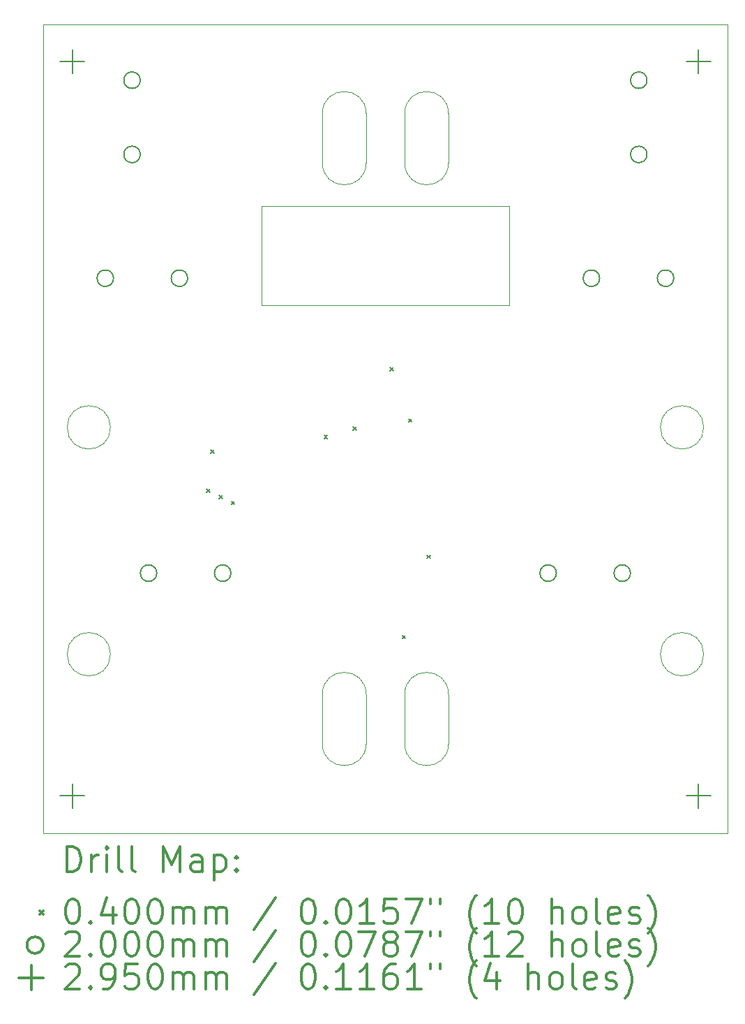
<source format=gbr>
%FSLAX45Y45*%
G04 Gerber Fmt 4.5, Leading zero omitted, Abs format (unit mm)*
G04 Created by KiCad (PCBNEW (5.1.10)-1) date 2022-05-09 18:00:20*
%MOMM*%
%LPD*%
G01*
G04 APERTURE LIST*
%TA.AperFunction,Profile*%
%ADD10C,0.050000*%
%TD*%
%ADD11C,0.200000*%
%ADD12C,0.300000*%
G04 APERTURE END LIST*
D10*
X12650000Y-8375000D02*
X12650000Y-7175000D01*
X15650000Y-8375000D02*
X12650000Y-8375000D01*
X15650000Y-7175000D02*
X15650000Y-8375000D01*
X12650000Y-7175000D02*
X15650000Y-7175000D01*
X14915000Y-13693000D02*
G75*
G02*
X14385000Y-13693000I-265000J0D01*
G01*
X14385000Y-13093000D02*
G75*
G02*
X14915000Y-13093000I265000J0D01*
G01*
X13915000Y-13693000D02*
G75*
G02*
X13385000Y-13693000I-265000J0D01*
G01*
X13385000Y-13093000D02*
G75*
G02*
X13915000Y-13093000I265000J0D01*
G01*
X14915000Y-6653000D02*
G75*
G02*
X14385000Y-6653000I-265000J0D01*
G01*
X14385000Y-6053000D02*
G75*
G02*
X14915000Y-6053000I265000J0D01*
G01*
X13915000Y-6653000D02*
G75*
G02*
X13385000Y-6653000I-265000J0D01*
G01*
X13385000Y-6053000D02*
G75*
G02*
X13915000Y-6053000I265000J0D01*
G01*
X14915000Y-13693000D02*
X14915000Y-13093000D01*
X14385000Y-13093000D02*
X14385000Y-13693000D01*
X13915000Y-13693000D02*
X13915000Y-13093000D01*
X13385000Y-13093000D02*
X13385000Y-13693000D01*
X14915000Y-6053000D02*
X14915000Y-6653000D01*
X14385000Y-6053000D02*
X14385000Y-6653000D01*
X13915000Y-6053000D02*
X13915000Y-6653000D01*
X13385000Y-6653000D02*
X13385000Y-6053000D01*
X18012500Y-9858000D02*
G75*
G03*
X18012500Y-9858000I-262500J0D01*
G01*
X18012500Y-12608000D02*
G75*
G03*
X18012500Y-12608000I-262500J0D01*
G01*
X10812500Y-12608000D02*
G75*
G03*
X10812500Y-12608000I-262500J0D01*
G01*
X10812500Y-9858000D02*
G75*
G03*
X10812500Y-9858000I-262500J0D01*
G01*
X18300000Y-4975000D02*
X10000000Y-4975000D01*
X18300000Y-14775000D02*
X18300000Y-4975000D01*
X10000000Y-14775000D02*
X18300000Y-14775000D01*
X10000000Y-4975000D02*
X10000000Y-14775000D01*
D11*
X11980000Y-10605000D02*
X12020000Y-10645000D01*
X12020000Y-10605000D02*
X11980000Y-10645000D01*
X12030000Y-10130000D02*
X12070000Y-10170000D01*
X12070000Y-10130000D02*
X12030000Y-10170000D01*
X12130000Y-10680000D02*
X12170000Y-10720000D01*
X12170000Y-10680000D02*
X12130000Y-10720000D01*
X12280000Y-10755000D02*
X12320000Y-10795000D01*
X12320000Y-10755000D02*
X12280000Y-10795000D01*
X13405000Y-9955000D02*
X13445000Y-9995000D01*
X13445000Y-9955000D02*
X13405000Y-9995000D01*
X13755000Y-9855000D02*
X13795000Y-9895000D01*
X13795000Y-9855000D02*
X13755000Y-9895000D01*
X14205000Y-9130000D02*
X14245000Y-9170000D01*
X14245000Y-9130000D02*
X14205000Y-9170000D01*
X14355000Y-12380000D02*
X14395000Y-12420000D01*
X14395000Y-12380000D02*
X14355000Y-12420000D01*
X14430000Y-9755000D02*
X14470000Y-9795000D01*
X14470000Y-9755000D02*
X14430000Y-9795000D01*
X14655000Y-11405000D02*
X14695000Y-11445000D01*
X14695000Y-11405000D02*
X14655000Y-11445000D01*
X10850000Y-8050000D02*
G75*
G03*
X10850000Y-8050000I-100000J0D01*
G01*
X11175000Y-5650000D02*
G75*
G03*
X11175000Y-5650000I-100000J0D01*
G01*
X11175000Y-6550000D02*
G75*
G03*
X11175000Y-6550000I-100000J0D01*
G01*
X11375000Y-11625000D02*
G75*
G03*
X11375000Y-11625000I-100000J0D01*
G01*
X11750000Y-8050000D02*
G75*
G03*
X11750000Y-8050000I-100000J0D01*
G01*
X12275000Y-11625000D02*
G75*
G03*
X12275000Y-11625000I-100000J0D01*
G01*
X16225000Y-11625000D02*
G75*
G03*
X16225000Y-11625000I-100000J0D01*
G01*
X16750000Y-8050000D02*
G75*
G03*
X16750000Y-8050000I-100000J0D01*
G01*
X17125000Y-11625000D02*
G75*
G03*
X17125000Y-11625000I-100000J0D01*
G01*
X17325000Y-5650000D02*
G75*
G03*
X17325000Y-5650000I-100000J0D01*
G01*
X17325000Y-6550000D02*
G75*
G03*
X17325000Y-6550000I-100000J0D01*
G01*
X17650000Y-8050000D02*
G75*
G03*
X17650000Y-8050000I-100000J0D01*
G01*
X10350000Y-5275500D02*
X10350000Y-5570500D01*
X10202500Y-5423000D02*
X10497500Y-5423000D01*
X10350000Y-14175500D02*
X10350000Y-14470500D01*
X10202500Y-14323000D02*
X10497500Y-14323000D01*
X17950000Y-5275500D02*
X17950000Y-5570500D01*
X17802500Y-5423000D02*
X18097500Y-5423000D01*
X17950000Y-14175500D02*
X17950000Y-14470500D01*
X17802500Y-14323000D02*
X18097500Y-14323000D01*
D12*
X10283928Y-15243214D02*
X10283928Y-14943214D01*
X10355357Y-14943214D01*
X10398214Y-14957500D01*
X10426786Y-14986071D01*
X10441071Y-15014643D01*
X10455357Y-15071786D01*
X10455357Y-15114643D01*
X10441071Y-15171786D01*
X10426786Y-15200357D01*
X10398214Y-15228929D01*
X10355357Y-15243214D01*
X10283928Y-15243214D01*
X10583928Y-15243214D02*
X10583928Y-15043214D01*
X10583928Y-15100357D02*
X10598214Y-15071786D01*
X10612500Y-15057500D01*
X10641071Y-15043214D01*
X10669643Y-15043214D01*
X10769643Y-15243214D02*
X10769643Y-15043214D01*
X10769643Y-14943214D02*
X10755357Y-14957500D01*
X10769643Y-14971786D01*
X10783928Y-14957500D01*
X10769643Y-14943214D01*
X10769643Y-14971786D01*
X10955357Y-15243214D02*
X10926786Y-15228929D01*
X10912500Y-15200357D01*
X10912500Y-14943214D01*
X11112500Y-15243214D02*
X11083928Y-15228929D01*
X11069643Y-15200357D01*
X11069643Y-14943214D01*
X11455357Y-15243214D02*
X11455357Y-14943214D01*
X11555357Y-15157500D01*
X11655357Y-14943214D01*
X11655357Y-15243214D01*
X11926786Y-15243214D02*
X11926786Y-15086071D01*
X11912500Y-15057500D01*
X11883928Y-15043214D01*
X11826786Y-15043214D01*
X11798214Y-15057500D01*
X11926786Y-15228929D02*
X11898214Y-15243214D01*
X11826786Y-15243214D01*
X11798214Y-15228929D01*
X11783928Y-15200357D01*
X11783928Y-15171786D01*
X11798214Y-15143214D01*
X11826786Y-15128929D01*
X11898214Y-15128929D01*
X11926786Y-15114643D01*
X12069643Y-15043214D02*
X12069643Y-15343214D01*
X12069643Y-15057500D02*
X12098214Y-15043214D01*
X12155357Y-15043214D01*
X12183928Y-15057500D01*
X12198214Y-15071786D01*
X12212500Y-15100357D01*
X12212500Y-15186071D01*
X12198214Y-15214643D01*
X12183928Y-15228929D01*
X12155357Y-15243214D01*
X12098214Y-15243214D01*
X12069643Y-15228929D01*
X12341071Y-15214643D02*
X12355357Y-15228929D01*
X12341071Y-15243214D01*
X12326786Y-15228929D01*
X12341071Y-15214643D01*
X12341071Y-15243214D01*
X12341071Y-15057500D02*
X12355357Y-15071786D01*
X12341071Y-15086071D01*
X12326786Y-15071786D01*
X12341071Y-15057500D01*
X12341071Y-15086071D01*
X9957500Y-15717500D02*
X9997500Y-15757500D01*
X9997500Y-15717500D02*
X9957500Y-15757500D01*
X10341071Y-15573214D02*
X10369643Y-15573214D01*
X10398214Y-15587500D01*
X10412500Y-15601786D01*
X10426786Y-15630357D01*
X10441071Y-15687500D01*
X10441071Y-15758929D01*
X10426786Y-15816071D01*
X10412500Y-15844643D01*
X10398214Y-15858929D01*
X10369643Y-15873214D01*
X10341071Y-15873214D01*
X10312500Y-15858929D01*
X10298214Y-15844643D01*
X10283928Y-15816071D01*
X10269643Y-15758929D01*
X10269643Y-15687500D01*
X10283928Y-15630357D01*
X10298214Y-15601786D01*
X10312500Y-15587500D01*
X10341071Y-15573214D01*
X10569643Y-15844643D02*
X10583928Y-15858929D01*
X10569643Y-15873214D01*
X10555357Y-15858929D01*
X10569643Y-15844643D01*
X10569643Y-15873214D01*
X10841071Y-15673214D02*
X10841071Y-15873214D01*
X10769643Y-15558929D02*
X10698214Y-15773214D01*
X10883928Y-15773214D01*
X11055357Y-15573214D02*
X11083928Y-15573214D01*
X11112500Y-15587500D01*
X11126786Y-15601786D01*
X11141071Y-15630357D01*
X11155357Y-15687500D01*
X11155357Y-15758929D01*
X11141071Y-15816071D01*
X11126786Y-15844643D01*
X11112500Y-15858929D01*
X11083928Y-15873214D01*
X11055357Y-15873214D01*
X11026786Y-15858929D01*
X11012500Y-15844643D01*
X10998214Y-15816071D01*
X10983928Y-15758929D01*
X10983928Y-15687500D01*
X10998214Y-15630357D01*
X11012500Y-15601786D01*
X11026786Y-15587500D01*
X11055357Y-15573214D01*
X11341071Y-15573214D02*
X11369643Y-15573214D01*
X11398214Y-15587500D01*
X11412500Y-15601786D01*
X11426786Y-15630357D01*
X11441071Y-15687500D01*
X11441071Y-15758929D01*
X11426786Y-15816071D01*
X11412500Y-15844643D01*
X11398214Y-15858929D01*
X11369643Y-15873214D01*
X11341071Y-15873214D01*
X11312500Y-15858929D01*
X11298214Y-15844643D01*
X11283928Y-15816071D01*
X11269643Y-15758929D01*
X11269643Y-15687500D01*
X11283928Y-15630357D01*
X11298214Y-15601786D01*
X11312500Y-15587500D01*
X11341071Y-15573214D01*
X11569643Y-15873214D02*
X11569643Y-15673214D01*
X11569643Y-15701786D02*
X11583928Y-15687500D01*
X11612500Y-15673214D01*
X11655357Y-15673214D01*
X11683928Y-15687500D01*
X11698214Y-15716071D01*
X11698214Y-15873214D01*
X11698214Y-15716071D02*
X11712500Y-15687500D01*
X11741071Y-15673214D01*
X11783928Y-15673214D01*
X11812500Y-15687500D01*
X11826786Y-15716071D01*
X11826786Y-15873214D01*
X11969643Y-15873214D02*
X11969643Y-15673214D01*
X11969643Y-15701786D02*
X11983928Y-15687500D01*
X12012500Y-15673214D01*
X12055357Y-15673214D01*
X12083928Y-15687500D01*
X12098214Y-15716071D01*
X12098214Y-15873214D01*
X12098214Y-15716071D02*
X12112500Y-15687500D01*
X12141071Y-15673214D01*
X12183928Y-15673214D01*
X12212500Y-15687500D01*
X12226786Y-15716071D01*
X12226786Y-15873214D01*
X12812500Y-15558929D02*
X12555357Y-15944643D01*
X13198214Y-15573214D02*
X13226786Y-15573214D01*
X13255357Y-15587500D01*
X13269643Y-15601786D01*
X13283928Y-15630357D01*
X13298214Y-15687500D01*
X13298214Y-15758929D01*
X13283928Y-15816071D01*
X13269643Y-15844643D01*
X13255357Y-15858929D01*
X13226786Y-15873214D01*
X13198214Y-15873214D01*
X13169643Y-15858929D01*
X13155357Y-15844643D01*
X13141071Y-15816071D01*
X13126786Y-15758929D01*
X13126786Y-15687500D01*
X13141071Y-15630357D01*
X13155357Y-15601786D01*
X13169643Y-15587500D01*
X13198214Y-15573214D01*
X13426786Y-15844643D02*
X13441071Y-15858929D01*
X13426786Y-15873214D01*
X13412500Y-15858929D01*
X13426786Y-15844643D01*
X13426786Y-15873214D01*
X13626786Y-15573214D02*
X13655357Y-15573214D01*
X13683928Y-15587500D01*
X13698214Y-15601786D01*
X13712500Y-15630357D01*
X13726786Y-15687500D01*
X13726786Y-15758929D01*
X13712500Y-15816071D01*
X13698214Y-15844643D01*
X13683928Y-15858929D01*
X13655357Y-15873214D01*
X13626786Y-15873214D01*
X13598214Y-15858929D01*
X13583928Y-15844643D01*
X13569643Y-15816071D01*
X13555357Y-15758929D01*
X13555357Y-15687500D01*
X13569643Y-15630357D01*
X13583928Y-15601786D01*
X13598214Y-15587500D01*
X13626786Y-15573214D01*
X14012500Y-15873214D02*
X13841071Y-15873214D01*
X13926786Y-15873214D02*
X13926786Y-15573214D01*
X13898214Y-15616071D01*
X13869643Y-15644643D01*
X13841071Y-15658929D01*
X14283928Y-15573214D02*
X14141071Y-15573214D01*
X14126786Y-15716071D01*
X14141071Y-15701786D01*
X14169643Y-15687500D01*
X14241071Y-15687500D01*
X14269643Y-15701786D01*
X14283928Y-15716071D01*
X14298214Y-15744643D01*
X14298214Y-15816071D01*
X14283928Y-15844643D01*
X14269643Y-15858929D01*
X14241071Y-15873214D01*
X14169643Y-15873214D01*
X14141071Y-15858929D01*
X14126786Y-15844643D01*
X14398214Y-15573214D02*
X14598214Y-15573214D01*
X14469643Y-15873214D01*
X14698214Y-15573214D02*
X14698214Y-15630357D01*
X14812500Y-15573214D02*
X14812500Y-15630357D01*
X15255357Y-15987500D02*
X15241071Y-15973214D01*
X15212500Y-15930357D01*
X15198214Y-15901786D01*
X15183928Y-15858929D01*
X15169643Y-15787500D01*
X15169643Y-15730357D01*
X15183928Y-15658929D01*
X15198214Y-15616071D01*
X15212500Y-15587500D01*
X15241071Y-15544643D01*
X15255357Y-15530357D01*
X15526786Y-15873214D02*
X15355357Y-15873214D01*
X15441071Y-15873214D02*
X15441071Y-15573214D01*
X15412500Y-15616071D01*
X15383928Y-15644643D01*
X15355357Y-15658929D01*
X15712500Y-15573214D02*
X15741071Y-15573214D01*
X15769643Y-15587500D01*
X15783928Y-15601786D01*
X15798214Y-15630357D01*
X15812500Y-15687500D01*
X15812500Y-15758929D01*
X15798214Y-15816071D01*
X15783928Y-15844643D01*
X15769643Y-15858929D01*
X15741071Y-15873214D01*
X15712500Y-15873214D01*
X15683928Y-15858929D01*
X15669643Y-15844643D01*
X15655357Y-15816071D01*
X15641071Y-15758929D01*
X15641071Y-15687500D01*
X15655357Y-15630357D01*
X15669643Y-15601786D01*
X15683928Y-15587500D01*
X15712500Y-15573214D01*
X16169643Y-15873214D02*
X16169643Y-15573214D01*
X16298214Y-15873214D02*
X16298214Y-15716071D01*
X16283928Y-15687500D01*
X16255357Y-15673214D01*
X16212500Y-15673214D01*
X16183928Y-15687500D01*
X16169643Y-15701786D01*
X16483928Y-15873214D02*
X16455357Y-15858929D01*
X16441071Y-15844643D01*
X16426786Y-15816071D01*
X16426786Y-15730357D01*
X16441071Y-15701786D01*
X16455357Y-15687500D01*
X16483928Y-15673214D01*
X16526786Y-15673214D01*
X16555357Y-15687500D01*
X16569643Y-15701786D01*
X16583928Y-15730357D01*
X16583928Y-15816071D01*
X16569643Y-15844643D01*
X16555357Y-15858929D01*
X16526786Y-15873214D01*
X16483928Y-15873214D01*
X16755357Y-15873214D02*
X16726786Y-15858929D01*
X16712500Y-15830357D01*
X16712500Y-15573214D01*
X16983928Y-15858929D02*
X16955357Y-15873214D01*
X16898214Y-15873214D01*
X16869643Y-15858929D01*
X16855357Y-15830357D01*
X16855357Y-15716071D01*
X16869643Y-15687500D01*
X16898214Y-15673214D01*
X16955357Y-15673214D01*
X16983928Y-15687500D01*
X16998214Y-15716071D01*
X16998214Y-15744643D01*
X16855357Y-15773214D01*
X17112500Y-15858929D02*
X17141071Y-15873214D01*
X17198214Y-15873214D01*
X17226786Y-15858929D01*
X17241071Y-15830357D01*
X17241071Y-15816071D01*
X17226786Y-15787500D01*
X17198214Y-15773214D01*
X17155357Y-15773214D01*
X17126786Y-15758929D01*
X17112500Y-15730357D01*
X17112500Y-15716071D01*
X17126786Y-15687500D01*
X17155357Y-15673214D01*
X17198214Y-15673214D01*
X17226786Y-15687500D01*
X17341071Y-15987500D02*
X17355357Y-15973214D01*
X17383928Y-15930357D01*
X17398214Y-15901786D01*
X17412500Y-15858929D01*
X17426786Y-15787500D01*
X17426786Y-15730357D01*
X17412500Y-15658929D01*
X17398214Y-15616071D01*
X17383928Y-15587500D01*
X17355357Y-15544643D01*
X17341071Y-15530357D01*
X9997500Y-16133500D02*
G75*
G03*
X9997500Y-16133500I-100000J0D01*
G01*
X10269643Y-15997786D02*
X10283928Y-15983500D01*
X10312500Y-15969214D01*
X10383928Y-15969214D01*
X10412500Y-15983500D01*
X10426786Y-15997786D01*
X10441071Y-16026357D01*
X10441071Y-16054929D01*
X10426786Y-16097786D01*
X10255357Y-16269214D01*
X10441071Y-16269214D01*
X10569643Y-16240643D02*
X10583928Y-16254929D01*
X10569643Y-16269214D01*
X10555357Y-16254929D01*
X10569643Y-16240643D01*
X10569643Y-16269214D01*
X10769643Y-15969214D02*
X10798214Y-15969214D01*
X10826786Y-15983500D01*
X10841071Y-15997786D01*
X10855357Y-16026357D01*
X10869643Y-16083500D01*
X10869643Y-16154929D01*
X10855357Y-16212071D01*
X10841071Y-16240643D01*
X10826786Y-16254929D01*
X10798214Y-16269214D01*
X10769643Y-16269214D01*
X10741071Y-16254929D01*
X10726786Y-16240643D01*
X10712500Y-16212071D01*
X10698214Y-16154929D01*
X10698214Y-16083500D01*
X10712500Y-16026357D01*
X10726786Y-15997786D01*
X10741071Y-15983500D01*
X10769643Y-15969214D01*
X11055357Y-15969214D02*
X11083928Y-15969214D01*
X11112500Y-15983500D01*
X11126786Y-15997786D01*
X11141071Y-16026357D01*
X11155357Y-16083500D01*
X11155357Y-16154929D01*
X11141071Y-16212071D01*
X11126786Y-16240643D01*
X11112500Y-16254929D01*
X11083928Y-16269214D01*
X11055357Y-16269214D01*
X11026786Y-16254929D01*
X11012500Y-16240643D01*
X10998214Y-16212071D01*
X10983928Y-16154929D01*
X10983928Y-16083500D01*
X10998214Y-16026357D01*
X11012500Y-15997786D01*
X11026786Y-15983500D01*
X11055357Y-15969214D01*
X11341071Y-15969214D02*
X11369643Y-15969214D01*
X11398214Y-15983500D01*
X11412500Y-15997786D01*
X11426786Y-16026357D01*
X11441071Y-16083500D01*
X11441071Y-16154929D01*
X11426786Y-16212071D01*
X11412500Y-16240643D01*
X11398214Y-16254929D01*
X11369643Y-16269214D01*
X11341071Y-16269214D01*
X11312500Y-16254929D01*
X11298214Y-16240643D01*
X11283928Y-16212071D01*
X11269643Y-16154929D01*
X11269643Y-16083500D01*
X11283928Y-16026357D01*
X11298214Y-15997786D01*
X11312500Y-15983500D01*
X11341071Y-15969214D01*
X11569643Y-16269214D02*
X11569643Y-16069214D01*
X11569643Y-16097786D02*
X11583928Y-16083500D01*
X11612500Y-16069214D01*
X11655357Y-16069214D01*
X11683928Y-16083500D01*
X11698214Y-16112071D01*
X11698214Y-16269214D01*
X11698214Y-16112071D02*
X11712500Y-16083500D01*
X11741071Y-16069214D01*
X11783928Y-16069214D01*
X11812500Y-16083500D01*
X11826786Y-16112071D01*
X11826786Y-16269214D01*
X11969643Y-16269214D02*
X11969643Y-16069214D01*
X11969643Y-16097786D02*
X11983928Y-16083500D01*
X12012500Y-16069214D01*
X12055357Y-16069214D01*
X12083928Y-16083500D01*
X12098214Y-16112071D01*
X12098214Y-16269214D01*
X12098214Y-16112071D02*
X12112500Y-16083500D01*
X12141071Y-16069214D01*
X12183928Y-16069214D01*
X12212500Y-16083500D01*
X12226786Y-16112071D01*
X12226786Y-16269214D01*
X12812500Y-15954929D02*
X12555357Y-16340643D01*
X13198214Y-15969214D02*
X13226786Y-15969214D01*
X13255357Y-15983500D01*
X13269643Y-15997786D01*
X13283928Y-16026357D01*
X13298214Y-16083500D01*
X13298214Y-16154929D01*
X13283928Y-16212071D01*
X13269643Y-16240643D01*
X13255357Y-16254929D01*
X13226786Y-16269214D01*
X13198214Y-16269214D01*
X13169643Y-16254929D01*
X13155357Y-16240643D01*
X13141071Y-16212071D01*
X13126786Y-16154929D01*
X13126786Y-16083500D01*
X13141071Y-16026357D01*
X13155357Y-15997786D01*
X13169643Y-15983500D01*
X13198214Y-15969214D01*
X13426786Y-16240643D02*
X13441071Y-16254929D01*
X13426786Y-16269214D01*
X13412500Y-16254929D01*
X13426786Y-16240643D01*
X13426786Y-16269214D01*
X13626786Y-15969214D02*
X13655357Y-15969214D01*
X13683928Y-15983500D01*
X13698214Y-15997786D01*
X13712500Y-16026357D01*
X13726786Y-16083500D01*
X13726786Y-16154929D01*
X13712500Y-16212071D01*
X13698214Y-16240643D01*
X13683928Y-16254929D01*
X13655357Y-16269214D01*
X13626786Y-16269214D01*
X13598214Y-16254929D01*
X13583928Y-16240643D01*
X13569643Y-16212071D01*
X13555357Y-16154929D01*
X13555357Y-16083500D01*
X13569643Y-16026357D01*
X13583928Y-15997786D01*
X13598214Y-15983500D01*
X13626786Y-15969214D01*
X13826786Y-15969214D02*
X14026786Y-15969214D01*
X13898214Y-16269214D01*
X14183928Y-16097786D02*
X14155357Y-16083500D01*
X14141071Y-16069214D01*
X14126786Y-16040643D01*
X14126786Y-16026357D01*
X14141071Y-15997786D01*
X14155357Y-15983500D01*
X14183928Y-15969214D01*
X14241071Y-15969214D01*
X14269643Y-15983500D01*
X14283928Y-15997786D01*
X14298214Y-16026357D01*
X14298214Y-16040643D01*
X14283928Y-16069214D01*
X14269643Y-16083500D01*
X14241071Y-16097786D01*
X14183928Y-16097786D01*
X14155357Y-16112071D01*
X14141071Y-16126357D01*
X14126786Y-16154929D01*
X14126786Y-16212071D01*
X14141071Y-16240643D01*
X14155357Y-16254929D01*
X14183928Y-16269214D01*
X14241071Y-16269214D01*
X14269643Y-16254929D01*
X14283928Y-16240643D01*
X14298214Y-16212071D01*
X14298214Y-16154929D01*
X14283928Y-16126357D01*
X14269643Y-16112071D01*
X14241071Y-16097786D01*
X14398214Y-15969214D02*
X14598214Y-15969214D01*
X14469643Y-16269214D01*
X14698214Y-15969214D02*
X14698214Y-16026357D01*
X14812500Y-15969214D02*
X14812500Y-16026357D01*
X15255357Y-16383500D02*
X15241071Y-16369214D01*
X15212500Y-16326357D01*
X15198214Y-16297786D01*
X15183928Y-16254929D01*
X15169643Y-16183500D01*
X15169643Y-16126357D01*
X15183928Y-16054929D01*
X15198214Y-16012071D01*
X15212500Y-15983500D01*
X15241071Y-15940643D01*
X15255357Y-15926357D01*
X15526786Y-16269214D02*
X15355357Y-16269214D01*
X15441071Y-16269214D02*
X15441071Y-15969214D01*
X15412500Y-16012071D01*
X15383928Y-16040643D01*
X15355357Y-16054929D01*
X15641071Y-15997786D02*
X15655357Y-15983500D01*
X15683928Y-15969214D01*
X15755357Y-15969214D01*
X15783928Y-15983500D01*
X15798214Y-15997786D01*
X15812500Y-16026357D01*
X15812500Y-16054929D01*
X15798214Y-16097786D01*
X15626786Y-16269214D01*
X15812500Y-16269214D01*
X16169643Y-16269214D02*
X16169643Y-15969214D01*
X16298214Y-16269214D02*
X16298214Y-16112071D01*
X16283928Y-16083500D01*
X16255357Y-16069214D01*
X16212500Y-16069214D01*
X16183928Y-16083500D01*
X16169643Y-16097786D01*
X16483928Y-16269214D02*
X16455357Y-16254929D01*
X16441071Y-16240643D01*
X16426786Y-16212071D01*
X16426786Y-16126357D01*
X16441071Y-16097786D01*
X16455357Y-16083500D01*
X16483928Y-16069214D01*
X16526786Y-16069214D01*
X16555357Y-16083500D01*
X16569643Y-16097786D01*
X16583928Y-16126357D01*
X16583928Y-16212071D01*
X16569643Y-16240643D01*
X16555357Y-16254929D01*
X16526786Y-16269214D01*
X16483928Y-16269214D01*
X16755357Y-16269214D02*
X16726786Y-16254929D01*
X16712500Y-16226357D01*
X16712500Y-15969214D01*
X16983928Y-16254929D02*
X16955357Y-16269214D01*
X16898214Y-16269214D01*
X16869643Y-16254929D01*
X16855357Y-16226357D01*
X16855357Y-16112071D01*
X16869643Y-16083500D01*
X16898214Y-16069214D01*
X16955357Y-16069214D01*
X16983928Y-16083500D01*
X16998214Y-16112071D01*
X16998214Y-16140643D01*
X16855357Y-16169214D01*
X17112500Y-16254929D02*
X17141071Y-16269214D01*
X17198214Y-16269214D01*
X17226786Y-16254929D01*
X17241071Y-16226357D01*
X17241071Y-16212071D01*
X17226786Y-16183500D01*
X17198214Y-16169214D01*
X17155357Y-16169214D01*
X17126786Y-16154929D01*
X17112500Y-16126357D01*
X17112500Y-16112071D01*
X17126786Y-16083500D01*
X17155357Y-16069214D01*
X17198214Y-16069214D01*
X17226786Y-16083500D01*
X17341071Y-16383500D02*
X17355357Y-16369214D01*
X17383928Y-16326357D01*
X17398214Y-16297786D01*
X17412500Y-16254929D01*
X17426786Y-16183500D01*
X17426786Y-16126357D01*
X17412500Y-16054929D01*
X17398214Y-16012071D01*
X17383928Y-15983500D01*
X17355357Y-15940643D01*
X17341071Y-15926357D01*
X9850000Y-16382000D02*
X9850000Y-16677000D01*
X9702500Y-16529500D02*
X9997500Y-16529500D01*
X10269643Y-16393786D02*
X10283928Y-16379500D01*
X10312500Y-16365214D01*
X10383928Y-16365214D01*
X10412500Y-16379500D01*
X10426786Y-16393786D01*
X10441071Y-16422357D01*
X10441071Y-16450929D01*
X10426786Y-16493786D01*
X10255357Y-16665214D01*
X10441071Y-16665214D01*
X10569643Y-16636643D02*
X10583928Y-16650929D01*
X10569643Y-16665214D01*
X10555357Y-16650929D01*
X10569643Y-16636643D01*
X10569643Y-16665214D01*
X10726786Y-16665214D02*
X10783928Y-16665214D01*
X10812500Y-16650929D01*
X10826786Y-16636643D01*
X10855357Y-16593786D01*
X10869643Y-16536643D01*
X10869643Y-16422357D01*
X10855357Y-16393786D01*
X10841071Y-16379500D01*
X10812500Y-16365214D01*
X10755357Y-16365214D01*
X10726786Y-16379500D01*
X10712500Y-16393786D01*
X10698214Y-16422357D01*
X10698214Y-16493786D01*
X10712500Y-16522357D01*
X10726786Y-16536643D01*
X10755357Y-16550929D01*
X10812500Y-16550929D01*
X10841071Y-16536643D01*
X10855357Y-16522357D01*
X10869643Y-16493786D01*
X11141071Y-16365214D02*
X10998214Y-16365214D01*
X10983928Y-16508071D01*
X10998214Y-16493786D01*
X11026786Y-16479500D01*
X11098214Y-16479500D01*
X11126786Y-16493786D01*
X11141071Y-16508071D01*
X11155357Y-16536643D01*
X11155357Y-16608071D01*
X11141071Y-16636643D01*
X11126786Y-16650929D01*
X11098214Y-16665214D01*
X11026786Y-16665214D01*
X10998214Y-16650929D01*
X10983928Y-16636643D01*
X11341071Y-16365214D02*
X11369643Y-16365214D01*
X11398214Y-16379500D01*
X11412500Y-16393786D01*
X11426786Y-16422357D01*
X11441071Y-16479500D01*
X11441071Y-16550929D01*
X11426786Y-16608071D01*
X11412500Y-16636643D01*
X11398214Y-16650929D01*
X11369643Y-16665214D01*
X11341071Y-16665214D01*
X11312500Y-16650929D01*
X11298214Y-16636643D01*
X11283928Y-16608071D01*
X11269643Y-16550929D01*
X11269643Y-16479500D01*
X11283928Y-16422357D01*
X11298214Y-16393786D01*
X11312500Y-16379500D01*
X11341071Y-16365214D01*
X11569643Y-16665214D02*
X11569643Y-16465214D01*
X11569643Y-16493786D02*
X11583928Y-16479500D01*
X11612500Y-16465214D01*
X11655357Y-16465214D01*
X11683928Y-16479500D01*
X11698214Y-16508071D01*
X11698214Y-16665214D01*
X11698214Y-16508071D02*
X11712500Y-16479500D01*
X11741071Y-16465214D01*
X11783928Y-16465214D01*
X11812500Y-16479500D01*
X11826786Y-16508071D01*
X11826786Y-16665214D01*
X11969643Y-16665214D02*
X11969643Y-16465214D01*
X11969643Y-16493786D02*
X11983928Y-16479500D01*
X12012500Y-16465214D01*
X12055357Y-16465214D01*
X12083928Y-16479500D01*
X12098214Y-16508071D01*
X12098214Y-16665214D01*
X12098214Y-16508071D02*
X12112500Y-16479500D01*
X12141071Y-16465214D01*
X12183928Y-16465214D01*
X12212500Y-16479500D01*
X12226786Y-16508071D01*
X12226786Y-16665214D01*
X12812500Y-16350929D02*
X12555357Y-16736643D01*
X13198214Y-16365214D02*
X13226786Y-16365214D01*
X13255357Y-16379500D01*
X13269643Y-16393786D01*
X13283928Y-16422357D01*
X13298214Y-16479500D01*
X13298214Y-16550929D01*
X13283928Y-16608071D01*
X13269643Y-16636643D01*
X13255357Y-16650929D01*
X13226786Y-16665214D01*
X13198214Y-16665214D01*
X13169643Y-16650929D01*
X13155357Y-16636643D01*
X13141071Y-16608071D01*
X13126786Y-16550929D01*
X13126786Y-16479500D01*
X13141071Y-16422357D01*
X13155357Y-16393786D01*
X13169643Y-16379500D01*
X13198214Y-16365214D01*
X13426786Y-16636643D02*
X13441071Y-16650929D01*
X13426786Y-16665214D01*
X13412500Y-16650929D01*
X13426786Y-16636643D01*
X13426786Y-16665214D01*
X13726786Y-16665214D02*
X13555357Y-16665214D01*
X13641071Y-16665214D02*
X13641071Y-16365214D01*
X13612500Y-16408071D01*
X13583928Y-16436643D01*
X13555357Y-16450929D01*
X14012500Y-16665214D02*
X13841071Y-16665214D01*
X13926786Y-16665214D02*
X13926786Y-16365214D01*
X13898214Y-16408071D01*
X13869643Y-16436643D01*
X13841071Y-16450929D01*
X14269643Y-16365214D02*
X14212500Y-16365214D01*
X14183928Y-16379500D01*
X14169643Y-16393786D01*
X14141071Y-16436643D01*
X14126786Y-16493786D01*
X14126786Y-16608071D01*
X14141071Y-16636643D01*
X14155357Y-16650929D01*
X14183928Y-16665214D01*
X14241071Y-16665214D01*
X14269643Y-16650929D01*
X14283928Y-16636643D01*
X14298214Y-16608071D01*
X14298214Y-16536643D01*
X14283928Y-16508071D01*
X14269643Y-16493786D01*
X14241071Y-16479500D01*
X14183928Y-16479500D01*
X14155357Y-16493786D01*
X14141071Y-16508071D01*
X14126786Y-16536643D01*
X14583928Y-16665214D02*
X14412500Y-16665214D01*
X14498214Y-16665214D02*
X14498214Y-16365214D01*
X14469643Y-16408071D01*
X14441071Y-16436643D01*
X14412500Y-16450929D01*
X14698214Y-16365214D02*
X14698214Y-16422357D01*
X14812500Y-16365214D02*
X14812500Y-16422357D01*
X15255357Y-16779500D02*
X15241071Y-16765214D01*
X15212500Y-16722357D01*
X15198214Y-16693786D01*
X15183928Y-16650929D01*
X15169643Y-16579500D01*
X15169643Y-16522357D01*
X15183928Y-16450929D01*
X15198214Y-16408071D01*
X15212500Y-16379500D01*
X15241071Y-16336643D01*
X15255357Y-16322357D01*
X15498214Y-16465214D02*
X15498214Y-16665214D01*
X15426786Y-16350929D02*
X15355357Y-16565214D01*
X15541071Y-16565214D01*
X15883928Y-16665214D02*
X15883928Y-16365214D01*
X16012500Y-16665214D02*
X16012500Y-16508071D01*
X15998214Y-16479500D01*
X15969643Y-16465214D01*
X15926786Y-16465214D01*
X15898214Y-16479500D01*
X15883928Y-16493786D01*
X16198214Y-16665214D02*
X16169643Y-16650929D01*
X16155357Y-16636643D01*
X16141071Y-16608071D01*
X16141071Y-16522357D01*
X16155357Y-16493786D01*
X16169643Y-16479500D01*
X16198214Y-16465214D01*
X16241071Y-16465214D01*
X16269643Y-16479500D01*
X16283928Y-16493786D01*
X16298214Y-16522357D01*
X16298214Y-16608071D01*
X16283928Y-16636643D01*
X16269643Y-16650929D01*
X16241071Y-16665214D01*
X16198214Y-16665214D01*
X16469643Y-16665214D02*
X16441071Y-16650929D01*
X16426786Y-16622357D01*
X16426786Y-16365214D01*
X16698214Y-16650929D02*
X16669643Y-16665214D01*
X16612500Y-16665214D01*
X16583928Y-16650929D01*
X16569643Y-16622357D01*
X16569643Y-16508071D01*
X16583928Y-16479500D01*
X16612500Y-16465214D01*
X16669643Y-16465214D01*
X16698214Y-16479500D01*
X16712500Y-16508071D01*
X16712500Y-16536643D01*
X16569643Y-16565214D01*
X16826786Y-16650929D02*
X16855357Y-16665214D01*
X16912500Y-16665214D01*
X16941071Y-16650929D01*
X16955357Y-16622357D01*
X16955357Y-16608071D01*
X16941071Y-16579500D01*
X16912500Y-16565214D01*
X16869643Y-16565214D01*
X16841071Y-16550929D01*
X16826786Y-16522357D01*
X16826786Y-16508071D01*
X16841071Y-16479500D01*
X16869643Y-16465214D01*
X16912500Y-16465214D01*
X16941071Y-16479500D01*
X17055357Y-16779500D02*
X17069643Y-16765214D01*
X17098214Y-16722357D01*
X17112500Y-16693786D01*
X17126786Y-16650929D01*
X17141071Y-16579500D01*
X17141071Y-16522357D01*
X17126786Y-16450929D01*
X17112500Y-16408071D01*
X17098214Y-16379500D01*
X17069643Y-16336643D01*
X17055357Y-16322357D01*
M02*

</source>
